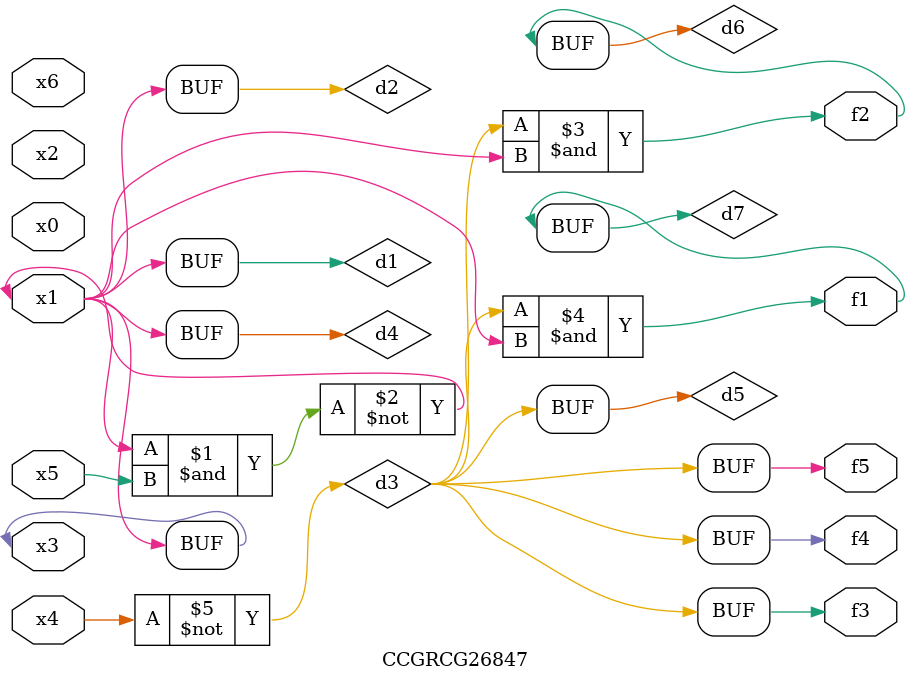
<source format=v>
module CCGRCG26847(
	input x0, x1, x2, x3, x4, x5, x6,
	output f1, f2, f3, f4, f5
);

	wire d1, d2, d3, d4, d5, d6, d7;

	buf (d1, x1, x3);
	nand (d2, x1, x5);
	not (d3, x4);
	buf (d4, d1, d2);
	buf (d5, d3);
	and (d6, d3, d4);
	and (d7, d3, d4);
	assign f1 = d7;
	assign f2 = d6;
	assign f3 = d5;
	assign f4 = d5;
	assign f5 = d5;
endmodule

</source>
